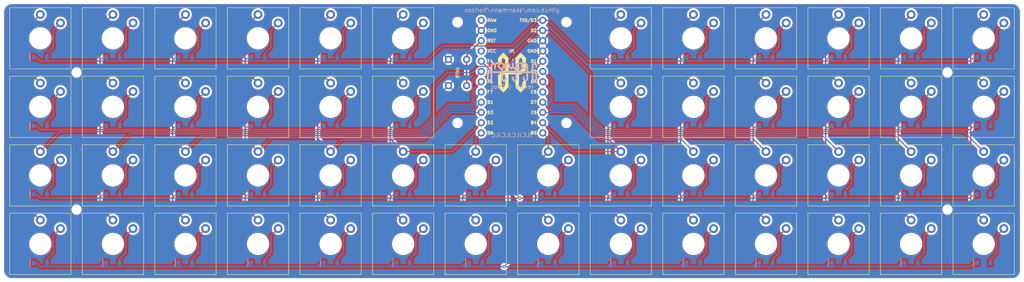
<source format=kicad_pcb>
(kicad_pcb (version 20241229) (generator "pcbnew") (generator_version "9.0")
  (title_block (title "Horizon Choc") (date "2023-11-09") (rev "2.4") (company "skarrmann"))
  (layers (0 "F.Cu" signal) (2 "B.Cu" signal) (13 "F.Paste" user) (15 "B.Paste" user) (5 "F.SilkS" user "F.Silkscreen") (7 "B.SilkS" user "B.Silkscreen") (1 "F.Mask" user) (3 "B.Mask" user) (25 "Edge.Cuts" user))
  (net 0 "")
  (net 1 "Net-(D1-A)")
  (net 2 "Net-(D2-A)")
  (net 3 "Net-(D3-A)")
  (net 4 "Net-(D4-A)")
  (net 5 "Net-(D5-A)")
  (net 6 "Net-(D6-A)")
  (net 7 "Net-(D7-A)")
  (net 8 "Net-(D8-A)")
  (net 9 "Net-(D9-A)")
  (net 10 "Net-(D10-A)")
  (net 11 "Net-(D11-A)")
  (net 12 "Net-(D12-A)")
  (net 13 "Net-(D13-A)")
  (net 14 "Net-(D14-A)")
  (net 15 "Net-(D15-A)")
  (net 16 "Net-(D16-A)")
  (net 17 "Net-(D17-A)")
  (net 18 "Net-(D18-A)")
  (net 19 "Net-(D19-A)")
  (net 20 "Net-(D20-A)")
  (net 21 "Net-(D21-A)")
  (net 22 "Net-(D22-A)")
  (net 23 "Net-(D23-A)")
  (net 24 "Net-(D24-A)")
  (net 25 "Net-(D25-A)")
  (net 26 "Net-(D26-A)")
  (net 27 "Net-(D27-A)")
  (net 28 "Net-(D28-A)")
  (net 29 "Net-(D29-A)")
  (net 30 "Net-(D30-A)")
  (net 31 "Net-(D31-A)")
  (net 32 "Net-(D32-A)")
  (net 33 "Net-(D33-A)")
  (net 34 "Net-(D34-A)")
  (net 35 "Net-(D35-A)")
  (net 36 "Net-(D36-A)")
  (net 37 "Net-(D37-A)")
  (net 38 "Net-(D38-A)")
  (net 39 "Net-(D39-A)")
  (net 40 "Net-(D40-A)")
  (net 41 "Net-(D41-A)")
  (net 42 "Net-(D42-A)")
  (net 43 "GND")
  (net 44 "COL1")
  (net 45 "COL2")
  (net 46 "COL3")
  (net 47 "COL4")
  (net 48 "COL5")
  (net 49 "COL6")
  (net 50 "ROW1")
  (net 51 "ROW2")
  (net 52 "ROW3")
  (net 53 "ROW4")
  (net 54 "Net-(D43-A)")
  (net 55 "Net-(D44-A)")
  (net 56 "Net-(D45-A)")
  (net 57 "Net-(D46-A)")
  (net 58 "Net-(D47-A)")
  (net 59 "Net-(D48-A)")
  (net 60 "Net-(D49-A)")
  (net 61 "Net-(D50-A)")
  (net 62 "Net-(D51-A)")
  (net 63 "Net-(D52-A)")
  (net 64 "COL9")
  (net 65 "COL10")
  (net 66 "COL11")
  (net 67 "COL12")
  (net 68 "COL13")
  (net 69 "COL14")
  (net 70 "COL7")
  (net 71 "COL8")
  (net 72 "RESET")
  (net 73 "VCC")
  (footprint "ScottoKeebs_Choc:Choc_V2_1.00u" (layer "F.Cu") (at 31 79.5)
    (property "Reference" "SW1" (hide yes))
    (property "Value" "SW_Push" (hide yes))
  )
  (footprint "ScottoKeebs_Choc:Choc_V2_1.00u" (layer "F.Cu") (at 31 96.5)
    (property "Reference" "SW13" (hide yes))
    (property "Value" "SW_Push" (hide yes))
  )
  (footprint "ScottoKeebs_Choc:Choc_V2_1.00u" (layer "F.Cu") (at 31 113.5)
    (property "Reference" "SW25" (hide yes))
    (property "Value" "SW_Push" (hide yes))
  )
  (footprint "ScottoKeebs_Choc:Choc_V2_1.00u" (layer "F.Cu") (at 31 130.5)
    (property "Reference" "SW39" (hide yes))
    (property "Value" "SW_Push" (hide yes))
  )
  (footprint "horizon-footprints:SW_Push_6mm" (layer "F.Cu") (at 134.5 88 -90)
    (property "Reference" "BTN1")
    (property "Value" "RESET")
  )
  (footprint "horizon-footprints:Pro-Micro" (layer "F.Cu") (at 148 71)
    (property "Reference" "U1")
    (property "Value" "PRO-MICRO" (hide yes))
  )
  (footprint "ScottoKeebs_Choc:Choc_V2_1.00u" (layer "F.Cu") (at 49 79.5)
    (property "Reference" "SW2" (hide yes))
    (property "Value" "SW_Push" (hide yes))
  )
  (footprint "ScottoKeebs_Choc:Choc_V2_1.00u" (layer "F.Cu") (at 67 79.5)
    (property "Reference" "SW3" (hide yes))
    (property "Value" "SW_Push" (hide yes))
  )
  (footprint "ScottoKeebs_Choc:Choc_V2_1.00u" (layer "F.Cu") (at 85 79.5)
    (property "Reference" "SW4" (hide yes))
    (property "Value" "SW_Push" (hide yes))
  )
  (footprint "ScottoKeebs_Choc:Choc_V2_1.00u" (layer "F.Cu") (at 103 79.5)
    (property "Reference" "SW5" (hide yes))
    (property "Value" "SW_Push" (hide yes))
  )
  (footprint "ScottoKeebs_Choc:Choc_V2_1.00u" (layer "F.Cu") (at 121 79.5)
    (property "Reference" "SW6" (hide yes))
    (property "Value" "SW_Push" (hide yes))
  )
  (footprint "ScottoKeebs_Choc:Choc_V2_1.00u" (layer "F.Cu") (at 175 79.5)
    (property "Reference" "SW7" (hide yes))
    (property "Value" "SW_Push" (hide yes))
  )
  (footprint "ScottoKeebs_Choc:Choc_V2_1.00u" (layer "F.Cu") (at 193 79.5)
    (property "Reference" "SW8" (hide yes))
    (property "Value" "SW_Push" (hide yes))
  )
  (footprint "ScottoKeebs_Choc:Choc_V2_1.00u" (layer "F.Cu") (at 211 79.5)
    (property "Reference" "SW9" (hide yes))
    (property "Value" "SW_Push" (hide yes))
  )
  (footprint "ScottoKeebs_Choc:Choc_V2_1.00u" (layer "F.Cu") (at 229 79.5)
    (property "Reference" "SW10" (hide yes))
    (property "Value" "SW_Push" (hide yes))
  )
  (footprint "ScottoKeebs_Choc:Choc_V2_1.00u" (layer "F.Cu") (at 247 79.5)
    (property "Reference" "SW11" (hide yes))
    (property "Value" "SW_Push" (hide yes))
  )
  (footprint "ScottoKeebs_Choc:Choc_V2_1.00u" (layer "F.Cu") (at 265 79.5)
    (property "Reference" "SW12" (hide yes))
    (property "Value" "SW_Push" (hide yes))
  )
  (footprint "ScottoKeebs_Choc:Choc_V2_1.00u" (layer "F.Cu") (at 49 96.5)
    (property "Reference" "SW14" (hide yes))
    (property "Value" "SW_Push" (hide yes))
  )
  (footprint "ScottoKeebs_Choc:Choc_V2_1.00u" (layer "F.Cu") (at 67 96.5)
    (property "Reference" "SW15" (hide yes))
    (property "Value" "SW_Push" (hide yes))
  )
  (footprint "ScottoKeebs_Choc:Choc_V2_1.00u" (layer "F.Cu") (at 85 96.5)
    (property "Reference" "SW16" (hide yes))
    (property "Value" "SW_Push" (hide yes))
  )
  (footprint "ScottoKeebs_Choc:Choc_V2_1.00u" (layer "F.Cu") (at 103 96.5)
    (property "Reference" "SW17" (hide yes))
    (property "Value" "SW_Push" (hide yes))
  )
  (footprint "ScottoKeebs_Choc:Choc_V2_1.00u" (layer "F.Cu") (at 121 96.5)
    (property "Reference" "SW18" (hide yes))
    (property "Value" "SW_Push" (hide yes))
  )
  (footprint "ScottoKeebs_Choc:Choc_V2_1.00u" (layer "F.Cu") (at 175 96.5)
    (property "Reference" "SW19" (hide yes))
    (property "Value" "SW_Push" (hide yes))
  )
  (footprint "ScottoKeebs_Choc:Choc_V2_1.00u" (layer "F.Cu") (at 193 96.5)
    (property "Reference" "SW20" (hide yes))
    (property "Value" "SW_Push" (hide yes))
  )
  (footprint "ScottoKeebs_Choc:Choc_V2_1.00u" (layer "F.Cu") (at 211 96.5)
    (property "Reference" "SW21" (hide yes))
    (property "Value" "SW_Push" (hide yes))
  )
  (footprint "ScottoKeebs_Choc:Choc_V2_1.00u" (layer "F.Cu") (at 229 96.5)
    (property "Reference" "SW22" (hide yes))
    (property "Value" "SW_Push" (hide yes))
  )
  (footprint "ScottoKeebs_Choc:Choc_V2_1.00u" (layer "F.Cu") (at 247 96.5)
    (property "Reference" "SW23" (hide yes))
    (property "Value" "SW_Push" (hide yes))
  )
  (footprint "ScottoKeebs_Choc:Choc_V2_1.00u" (layer "F.Cu") (at 265 96.5)
    (property "Reference" "SW24" (hide yes))
    (property "Value" "SW_Push" (hide yes))
  )
  (footprint "ScottoKeebs_Choc:Choc_V2_1.00u" (layer "F.Cu") (at 49 113.5)
    (property "Reference" "SW26" (hide yes))
    (property "Value" "SW_Push" (hide yes))
  )
  (footprint "ScottoKeebs_Choc:Choc_V2_1.00u" (layer "F.Cu") (at 67 113.5)
    (property "Reference" "SW27" (hide yes))
    (property "Value" "SW_Push" (hide yes))
  )
  (footprint "ScottoKeebs_Choc:Choc_V2_1.00u" (layer "F.Cu") (at 85 113.5)
    (property "Reference" "SW28" (hide yes))
    (property "Value" "SW_Push" (hide yes))
  )
  (footprint "ScottoKeebs_Choc:Choc_V2_1.00u" (layer "F.Cu") (at 103 113.5)
    (property "Reference" "SW29" (hide yes))
    (property "Value" "SW_Push" (hide yes))
  )
  (footprint "ScottoKeebs_Choc:Choc_V2_1.00u" (layer "F.Cu") (at 121 113.5)
    (property "Reference" "SW30" (hide yes))
    (property "Value" "SW_Push" (hide yes))
  )
  (footprint "ScottoKeebs_Choc:Choc_V2_1.00u" (layer "F.Cu") (at 175 113.5)
    (property "Reference" "SW33" (hide yes))
    (property "Value" "SW_Push" (hide yes))
  )
  (footprint "ScottoKeebs_Choc:Choc_V2_1.00u" (layer "F.Cu") (at 193 113.5)
    (property "Reference" "SW34" (hide yes))
    (property "Value" "SW_Push" (hide yes))
  )
  (footprint "ScottoKeebs_Choc:Choc_V2_1.00u" (layer "F.Cu") (at 211 113.5)
    (property "Reference" "SW35" (hide yes))
    (property "Value" "SW_Push" (hide yes))
  )
  (footprint "ScottoKeebs_Choc:Choc_V2_1.00u" (layer "F.Cu") (at 229 113.5)
    (property "Reference" "SW36" (hide yes))
    (property "Value" "SW_Push" (hide yes))
  )
  (footprint "ScottoKeebs_Choc:Choc_V2_1.00u" (layer "F.Cu") (at 247 113.5)
    (property "Reference" "SW37" (hide yes))
    (property "Value" "SW_Push" (hide yes))
  )
  (footprint "ScottoKeebs_Choc:Choc_V2_1.00u" (layer "F.Cu") (at 265 113.5)
    (property "Reference" "SW38" (hide yes))
    (property "Value" "SW_Push" (hide yes))
  )
  (footprint "ScottoKeebs_Choc:Choc_V2_1.00u" (layer "F.Cu") (at 49 130.5)
    (property "Reference" "SW40" (hide yes))
    (property "Value" "SW_Push" (hide yes))
  )
  (footprint "ScottoKeebs_Choc:Choc_V2_1.00u" (layer "F.Cu") (at 67 130.5)
    (property "Reference" "SW41" (hide yes))
    (property "Value" "SW_Push" (hide yes))
  )
  (footprint "ScottoKeebs_Choc:Choc_V2_1.00u" (layer "F.Cu") (at 85 130.5)
    (property "Reference" "SW42" (hide yes))
    (property "Value" "SW_Push" (hide yes))
  )
  (footprint "ScottoKeebs_Choc:Choc_V2_1.00u" (layer "F.Cu") (at 103 130.5)
    (property "Reference" "SW43" (hide yes))
    (property "Value" "SW_Push" (hide yes))
  )
  (footprint "ScottoKeebs_Choc:Choc_V2_1.00u" (layer "F.Cu") (at 121 130.5)
    (property "Reference" "SW44" (hide yes))
    (property "Value" "SW_Push" (hide yes))
  )
  (footprint "ScottoKeebs_Choc:Choc_V2_1.00u" (layer "F.Cu") (at 139 130.5)
    (property "Reference" "SW45" (hide yes))
    (property "Value" "SW_Push" (hide yes))
  )
  (footprint "ScottoKeebs_Choc:Choc_V2_1.00u" (layer "F.Cu") (at 157 130.5)
    (property "Reference" "SW46" (hide yes))
    (property "Value" "SW_Push" (hide yes))
  )
  (footprint "ScottoKeebs_Choc:Choc_V2_1.00u" (layer "F.Cu") (at 175 130.5)
    (property "Reference" "SW47" (hide yes))
    (property "Value" "SW_Push" (hide yes))
  )
  (footprint "ScottoKeebs_Choc:Choc_V2_1.00u" (layer "F.Cu") (at 193 130.5)
    (property "Reference" "SW48" (hide yes))
    (property "Value" "SW_Push" (hide yes))
  )
  (footprint "ScottoKeebs_Choc:Choc_V2_1.00u" (layer "F.Cu") (at 211 130.5)
    (property "Reference" "SW49" (hide yes))
    (property "Value" "SW_Push" (hide yes))
  )
  (footprint "ScottoKeebs_Choc:Choc_V2_1.00u" (layer "F.Cu") (at 229 130.5)
    (property "Reference" "SW50" (hide yes))
    (property "Value" "SW_Push" (hide yes))
  )
  (footprint "ScottoKeebs_Choc:Choc_V2_1.00u" (layer "F.Cu") (at 247 130.5)
    (property "Reference" "SW51" (hide yes))
    (property "Value" "SW_Push" (hide yes))
  )
  (footprint "ScottoKeebs_Choc:Choc_V2_1.00u" (layer "F.Cu") (at 265 130.5)
    (property "Reference" "SW52" (hide yes))
    (property "Value" "SW_Push" (hide yes))
  )
  (footprint "ScottoKeebs_Choc:Choc_V2_1.00u" (layer "F.Cu") (at 139 113.5)
    (property "Reference" "SW31" (hide yes))
    (property "Value" "SW_Push" (hide yes))
  )
  (footprint "ScottoKeebs_Choc:Choc_V2_1.00u" (layer "F.Cu") (at 157 113.5)
    (property "Reference" "SW32" (hide yes))
    (property "Value" "SW_Push" (hide yes))
  )
  (footprint "horizon-footprints:Logo_Horizon_H" (layer "F.Cu") (at 148 88)
    (property "Reference" "LOGO2" (hide yes))
    (property "Value" "Logo-Top" (hide yes))
  )
  (footprint "MountingHole:MountingHole_2.1mm" (layer "F.Cu") (at 134.5 100.5)
    (property "Reference" "REF**" (hide yes))
    (property "Value" "MountingHole_2.1mm" (hide yes))
  )
  (footprint "MountingHole:MountingHole_2.1mm" (layer "F.Cu") (at 256 88)
    (property "Reference" "REF**" (hide yes))
    (property "Value" "MountingHole_2.1mm" (hide yes))
  )
  (footprint "MountingHole:MountingHole_2.1mm" (layer "F.Cu") (at 40 122)
    (property "Reference" "REF**" (hide yes))
    (property "Value" "MountingHole_2.1mm" (hide yes))
  )
  (footprint "MountingHole:MountingHole_2.1mm" (layer "F.Cu") (at 256 122)
    (property "Reference" "REF**" (hide yes))
    (property "Value" "MountingHole_2.1mm" (hide yes))
  )
  (footprint "MountingHole:MountingHole_2.1mm" (layer "F.Cu") (at 161.5 75.5)
    (property "Reference" "REF**" (hide yes))
    (property "Value" "MountingHole_2.1mm" (hide yes))
  )
  (footprint "MountingHole:MountingHole_2.1mm" (layer "F.Cu") (at 161.5 100.5)
    (property "Reference" "REF**" (hide yes))
    (property "Value" "MountingHole_2.1mm" (hide yes))
  )
  (footprint "MountingHole:MountingHole_2.2mm_M2" (layer "F.Cu") (at 134.5 75.5)
    (property "Reference" "REF**" (hide yes))
    (property "Value" "MountingHole_2.2mm_M2" (hide yes))
  )
  (footprint "MountingHole:MountingHole_2.1mm" (layer "F.Cu") (at 40 88)
    (property "Reference" "REF**" (hide yes))
    (property "Value" "MountingHole_2.1mm" (hide yes))
  )
  (footprint "horizon-footprints:Logo_Horizon_Small" (layer "B.Cu") (at 148 87.5 180)
    (property "Reference" "LOGO1" (hide yes))
    (property "Value" "Logo-Bottom" (hide yes))
  )
  (footprint "horizon-footprints:D_SOD-123" (layer "B.Cu") (at 31 118.2)
    (property "Reference" "D25" (hide yes))
    (property "Value" "D" (hide yes))
  )
  (footprint "horizon-footprints:D_SOD-123" (layer "B.Cu") (at 31 135.2)
    (property "Reference" "D39" (hide yes))
    (property "Value" "D" (hide yes))
  )
  (footprint "horizon-footprints:D_SOD-123" (layer "B.Cu") (at 31 101.2)
    (property "Reference" "D13" (hide yes))
    (property "Value" "D" (hide yes))
  )
  (footprint "horizon-footprints:D_SOD-123" (layer "B.Cu") (at 31 84.2)
    (property "Reference" "D1" (hide yes))
    (property "Value" "D" (hide yes))
  )
  (footprint "horizon-footprints:D_SOD-123" (layer "B.Cu") (at 49 84.2)
    (property "Reference" "D2" (hide yes))
    (property "Value" "D" (hide yes))
  )
  (footprint "horizon-footprints:D_SOD-123" (layer "B.Cu") (at 67 84.2)
    (property "Reference" "D3" (hide yes))
    (property "Value" "D" (hide yes))
  )
  (footprint "horizon-footprints:D_SOD-123" (layer "B.Cu") (at 85 84.2)
    (property "Reference" "D4" (hide yes))
    (property "Value" "D" (hide yes))
  )
  (footprint "horizon-footprints:D_SOD-123" (layer "B.Cu") (at 103 84.2)
    (property "Reference" "D5" (hide yes))
    (property "Value" "D" (hide yes))
  )
  (footprint "horizon-footprints:D_SOD-123" (layer "B.Cu") (at 121 84.2)
    (property "Reference" "D6" (hide yes))
    (property "Value" "D" (hide yes))
  )
  (footprint "horizon-footprints:D_SOD-123" (layer "B.Cu") (at 175 84.2)
    (property "Reference" "D7" (hide yes))
    (property "Value" "D" (hide yes))
  )
  (footprint "horizon-footprints:D_SOD-123" (layer "B.Cu") (at 193 84.2)
    (property "Reference" "D8" (hide yes))
    (property "Value" "D" (hide yes))
  )
  (footprint "horizon-footprints:D_SOD-123" (layer "B.Cu") (at 211 84.2)
    (property "Reference" "D9" (hide yes))
    (property "Value" "D" (hide yes))
  )
  (footprint "horizon-footprints:D_SOD-123" (layer "B.Cu") (at 229 84.2)
    (property "Reference" "D10" (hide yes))
    (property "Value" "D" (hide yes))
  )
  (footprint "horizon-footprints:D_SOD-123" (layer "B.Cu") (at 247 84.2)
    (property "Reference" "D11" (hide yes))
    (property "Value" "D" (hide yes))
  )
  (footprint "horizon-footprints:D_SOD-123" (layer "B.Cu") (at 265 84.2)
    (property "Reference" "D12" (hide yes))
    (property "Value" "D" (hide yes))
  )
  (footprint "horizon-footprints:D_SOD-123" (layer "B.Cu") (at 49 101.2)
    (property "Reference" "D14" (hide yes))
    (property "Value" "D" (hide yes))
  )
  (footprint "horizon-footprints:D_SOD-123" (layer "B.Cu") (at 67 101.2)
    (property "Reference" "D15" (hide yes))
    (property "Value" "D" (hide yes))
  )
  (footprint "horizon-footprints:D_SOD-123" (layer "B.Cu") (at 85 101.2)
    (property "Reference" "D16" (hide yes))
    (property "Value" "D" (hide yes))
  )
  (footprint "horizon-footprints:D_SOD-123" (layer "B.Cu") (at 103 101.2)
    (property "Reference" "D17" (hide yes))
    (property "Value" "D" (hide yes))
  )
  (footprint "horizon-footprints:D_SOD-123" (layer "B.Cu") (at 121 101.2)
    (property "Reference" "D18" (hide yes))
    (property "Value" "D" (hide yes))
  )
  (footprint "horizon-footprints:D_SOD-123" (layer "B.Cu") (at 175 101.2)
    (property "Reference" "D19" (hide yes))
    (property "Value" "D" (hide yes))
  )
  (footprint "horizon-footprints:D_SOD-123" (layer "B.Cu") (at 193 101.2)
    (property "Reference" "D20" (hide yes))
    (property "Value" "D" (hide yes))
  )
  (footprint "horizon-footprints:D_SOD-123" (layer "B.Cu") (at 211 101.2)
    (property "Reference" "D21" (hide yes))
    (property "Value" "D" (hide yes))
  )
  (footprint "horizon-footprints:D_SOD-123" (layer "B.Cu") (at 229 101.2)
    (property "Reference" "D22" (hide yes))
    (property "Value" "D" (hide yes))
  )
  (footprint "horizon-footprints:D_SOD-123" (layer "B.Cu") (at 247 101.2)
    (property "Reference" "D23" (hide yes))
    (property "Value" "D" (hide yes))
  )
  (footprint "horizon-footprints:D_SOD-123" (layer "B.Cu") (at 265 101.2)
    (property "Reference" "D24" (hide yes))
    (property "Value" "D" (hide yes))
  )
  (footprint "horizon-footprints:D_SOD-123" (layer "B.Cu") (at 49 118.2)
    (property "Reference" "D26" (hide yes))
    (property "Value" "D" (hide yes))
  )
  (footprint "horizon-footprints:D_SOD-123" (layer "B.Cu") (at 67 118.2)
    (property "Reference" "D27" (hide yes))
    (property "Value" "D" (hide yes))
  )
  (footprint "horizon-footprints:D_SOD-123" (layer "B.Cu") (at 85 118.2)
    (property "Reference" "D28" (hide yes))
    (property "Value" "D" (hide yes))
  )
  (footprint "horizon-footprints:D_SOD-123" (layer "B.Cu") (at 103 118.2)
    (property "Reference" "D29" (hide yes))
    (property "Value" "D" (hide yes))
  )
  (footprint "horizon-footprints:D_SOD-123" (layer "B.Cu") (at 121 118.2)
    (property "Reference" "D30" (hide yes))
    (property "Value" "D" (hide yes))
  )
  (footprint "horizon-footprints:D_SOD-123" (layer "B.Cu") (at 175 118.2)
    (property "Reference" "D33" (hide yes))
    (property "Value" "D" (hide yes))
  )
  (footprint "horizon-footprints:D_SOD-123" (layer "B.Cu") (at 193 118.2)
    (property "Reference" "D34" (hide yes))
    (property "Value" "D" (hide yes))
  )
  (footprint "horizon-footprints:D_SOD-123" (layer "B.Cu") (at 211 118.2)
    (property "Reference" "D35" (hide yes))
    (property "Value" "D" (hide yes))
  )
  (footprint "horizon-footprints:D_SOD-123" (layer "B.Cu") (at 229 118.2)
    (property "Reference" "D36" (hide yes))
    (property "Value" "D" (hide yes))
  )
  (footprint "horizon-footprints:D_SOD-123" (layer "B.Cu") (at 247 118.2)
    (property "Reference" "D37" (hide yes))
    (property "Value" "D" (hide yes))
  )
  (footprint "horizon-footprints:D_SOD-123" (layer "B.Cu") (at 265 118.2)
    (property "Reference" "D38" (hide yes))
    (property "Value" "D" (hide yes))
  )
  (footprint "horizon-footprints:D_SOD-123" (layer "B.Cu") (at 49 135.2)
    (property "Reference" "D40" (hide yes))
    (property "Value" "D" (hide yes))
  )
  (footprint "horizon-footprints:D_SOD-123" (layer "B.Cu") (at 67 135.2)
    (property "Reference" "D41" (hide yes))
    (property "Value" "D" (hide yes))
  )
  (footprint "horizon-footprints:D_SOD-123" (layer "B.Cu") (at 85 135.2)
    (property "Reference" "D42" (hide yes))
    (property "Value" "D" (hide yes))
  )
  (footprint "horizon-footprints:D_SOD-123" (layer "B.Cu") (at 103 135.2)
    (property "Reference" "D43" (hide yes))
    (property "Value" "D" (hide yes))
  )
  (footprint "horizon-footprints:D_SOD-123" (layer "B.Cu") (at 121 135.2)
    (property "Reference" "D44" (hide yes))
    (property "Value" "D" (hide yes))
  )
  (footprint "horizon-footprints:D_SOD-123" (layer "B.Cu") (at 139 135.2)
    (property "Reference" "D45" (hide yes))
    (property "Value" "D" (hide yes))
  )
  (footprint "horizon-footprints:D_SOD-123" (layer "B.Cu") (at 157 135.2)
    (property "Reference" "D46" (hide yes))
    (property "Value" "D" (hide yes))
  )
  (footprint "horizon-footprints:D_SOD-123" (layer "B.Cu") (at 175 135.2)
    (property "Reference" "D47" (hide yes))
    (property "Value" "D" (hide yes))
  )
  (footprint "horizon-footprints:D_SOD-123" (layer "B.Cu") (at 193 135.2)
    (property "Reference" "D48" (hide yes))
    (property "Value" "D" (hide yes))
  )
  (footprint "horizon-footprints:D_SOD-123" (layer "B.Cu") (at 211 135.2)
    (property "Reference" "D49" (hide yes))
    (property "Value" "D" (hide yes))
  )
  (footprint "horizon-footprints:D_SOD-123" (layer "B.Cu") (at 229 135.2)
    (property "Reference" "D50" (hide yes))
    (property "Value" "D" (hide yes))
  )
  (footprint "horizon-footprints:D_SOD-123" (layer "B.Cu") (at 247 135.2)
    (property "Reference" "D51" (hide yes))
    (property "Value" "D" (hide yes))
  )
  (footprint "horizon-footprints:D_SOD-123" (layer "B.Cu") (at 265 135.2)
    (property "Reference" "D52" (hide yes))
    (property "Value" "D" (hide yes))
  )
  (footprint "horizon-footprints:D_SOD-123" (layer "B.Cu") (at 139 118.2)
    (property "Reference" "D31" (hide yes))
    (property "Value" "D" (hide yes))
  )
  (footprint "horizon-footprints:D_SOD-123" (layer "B.Cu") (at 157 118.2)
    (property "Reference" "D32" (hide yes))
    (property "Value" "D" (hide yes))
  )
  (gr_line (start 22 137) (end 22 73) (stroke (width 0.05)) (layer "Edge.Cuts"))
  (gr_line (start 24 139) (end 272 139) (stroke (width 0.05)) (layer "Edge.Cuts"))
  (gr_arc (start 274 137) (mid 273.414214 138.414214) (end 272 139) (stroke (width 0.05)) (layer "Edge.Cuts"))
  (gr_arc (start 22 73) (mid 22.585786 71.585786) (end 24 71) (stroke (width 0.05)) (layer "Edge.Cuts"))
  (gr_line (start 24 71) (end 272 71) (stroke (width 0.05)) (layer "Edge.Cuts"))
  (gr_line (start 274 73) (end 274 137) (stroke (width 0.05)) (layer "Edge.Cuts"))
  (gr_arc (start 24 139) (mid 22.585786 138.414214) (end 22 137) (stroke (width 0.05)) (layer "Edge.Cuts"))
  (gr_arc (start 272 71) (mid 273.414214 71.585786) (end 274 73) (stroke (width 0.05)) (layer "Edge.Cuts"))
  (gr_text "RST" (at 141.8 80.11 0) (layer "F.SilkS") (effects (font (size 0.75 0.75)) (justify left)))
  (gr_text "B6" (at 141.8 102.97 0) (layer "F.SilkS") (effects (font (size 0.75 0.75)) (justify left)))
  (gr_text "D7" (at 154.2 95.35 0) (layer "F.SilkS") (effects (font (size 0.75 0.75)) (justify right)))
  (gr_text "F7" (at 141.8 92.81 0) (layer "F.SilkS") (effects (font (size 0.75 0.75)) (justify left)))
  (gr_text "GND" (at 154.2 82.65 0) (layer "F.SilkS") (effects (font (size 0.75 0.75)) (justify right)))
  (gr_text "B4" (at 154.2 100.43 0) (layer "F.SilkS") (effects (font (size 0.75 0.75)) (justify right)))
  (gr_text "GND" (at 141.8 77.57 0) (layer "F.SilkS") (effects (font (size 0.75 0.75)) (justify left)))
  (gr_text "D4" (at 154.2 90.27 0) (layer "F.SilkS") (effects (font (size 0.75 0.75)) (justify right)))
  (gr_text "D1" (at 154.2 85.19 0) (layer "F.SilkS") (effects (font (size 0.75 0.75)) (justify right)))
  (gr_text "C6" (at 154.2 92.81 0) (layer "F.SilkS") (effects (font (size 0.75 0.75)) (justify right)))
  (gr_text "GND" (at 154.2 80.11 0) (layer "F.SilkS") (effects (font (size 0.75 0.75)) (justify right)))
  (gr_text "B1" (at 141.8 95.35 0) (layer "F.SilkS") (effects (font (size 0.75 0.75)) (justify left)))
  (gr_text "B2" (at 141.8 100.43 0) (layer "F.SilkS") (effects (font (size 0.75 0.75)) (justify left)))
  (gr_text "E6" (at 154.2 97.89 0) (layer "F.SilkS") (effects (font (size 0.75 0.75)) (justify right)))
  (gr_text "D0" (at 154.2 87.73 0) (layer "F.SilkS") (effects (font (size 0.75 0.75)) (justify right)))
  (gr_text "D2" (at 154.2 77.57 0) (layer "F.SilkS") (effects (font (size 0.75 0.75)) (justify right)))
  (gr_text "B5" (at 154.2 102.97 0) (layer "F.SilkS") (effects (font (size 0.75 0.75)) (justify right)))
  (gr_text "F6" (at 141.8 90.27 0) (layer "F.SilkS") (effects (font (size 0.75 0.75)) (justify left)))
  (gr_text "B3" (at 141.8 97.89 0) (layer "F.SilkS") (effects (font (size 0.75 0.75)) (justify left)))
  (gr_text "VCC" (at 141.8 82.65 0) (layer "F.SilkS") (effects (font (size 0.75 0.75)) (justify left)))
  (gr_text "F4" (at 141.8 85.19 0) (layer "F.SilkS") (effects (font (size 0.75 0.75)) (justify left)))
  (gr_text "F5" (at 141.8 87.73 0) (layer "F.SilkS") (effects (font (size 0.75 0.75)) (justify left)))
  (gr_text "TX0/D3" (at 154.2 75.03 0) (layer "F.SilkS") (effects (font (size 0.75 0.75)) (justify right)))
  (gr_text "RAW" (at 141.8 75.03 0) (layer "F.SilkS") (effects (font (size 0.75 0.75)) (justify left)))
  (gr_text "JLCJLCJLCJLC" (at 148 103.5 0) (layer "B.SilkS") (effects (font (size 1 1)) (justify mirror)))
  (gr_text "rev2.4 | Choc" (at 148 91.5 0) (layer "B.SilkS") (effects (font (size 1 1)) (justify mirror)))
  (gr_text "github.com/skarrmann/horizon" (at 148 72.5 0) (layer "B.SilkS") (effects (font (size 1 1)) (justify mirror)))
  (segment (start 36 75.7) (end 34.2 77.5) (width 0.3) (layer "B.Cu") (net 1))
  (segment (start 34.2 77.5) (end 34.2 81.75) (width 0.3) (layer "B.Cu") (net 1))
  (segment (start 34.2 81.75) (end 32.65 83.3) (width 0.3) (layer "B.Cu") (net 1))
  (segment (start 32.65 83.3) (end 32.65 84.2) (width 0.3) (layer "B.Cu") (net 1))
  (segment (start 54 75.7) (end 52.2 77.5) (width 0.3) (layer "B.Cu") (net 2))
  (segment (start 52.2 77.5) (end 52.2 81.75) (width 0.3) (layer "B.Cu") (net 2))
  (segment (start 52.2 81.75) (end 50.65 83.3) (width 0.3) (layer "B.Cu") (net 2))
  (segment (start 50.65 83.3) (end 50.65 84.2) (width 0.3) (layer "B.Cu") (net 2))
  (segment (start 72 75.7) (end 70.2 77.5) (width 0.3) (layer "B.Cu") (net 3))
  (segment (start 70.2 81.75) (end 68.65 83.3) (width 0.3) (layer "B.Cu") (net 3))
  (segment (start 70.2 77.5) (end 70.2 81.75) (width 0.3) (layer "B.Cu") (net 3))
  (segment (start 68.65 83.3) (end 68.65 84.2) (width 0.3) (layer "B.Cu") (net 3))
  (segment (start 88.2 81.75) (end 86.65 83.3) (width 0.3) (layer "B.Cu") (net 4))
  (segment (start 86.65 83.3) (end 86.65 84.2) (width 0.3) (layer "B.Cu") (net 4))
  (segment (start 88.2 77.5) (end 88.2 81.75) (width 0.3) (layer "B.Cu") (net 4))
  (segment (start 90 75.7) (end 88.2 77.5) (width 0.3) (layer "B.Cu") (net 4))
  (segment (start 106.2 77.5) (end 106.2 81.75) (width 0.3) (layer "B.Cu") (net 5))
  (segment (start 108 75.7) (end 106.2 77.5) (width 0.3) (layer "B.Cu") (net 5))
  (segment (start 106.2 81.75) (end 104.65 83.3) (width 0.3) (layer "B.Cu") (net 5))
  (segment (start 104.65 83.3) (end 104.65 84.2) (width 0.3) (layer "B.Cu") (net 5))
  (segment (start 126 75.7) (end 124.2 77.5) (width 0.3) (layer "B.Cu") (net 6))
  (segment (start 124.2 81.75) (end 122.65 83.3) (width 0.3) (layer "B.Cu") (net 6))
  (segment (start 124.2 77.5) (end 124.2 81.75) (width 0.3) (layer "B.Cu") (net 6))
  (segment (start 122.65 83.3) (end 122.65 84.2) (width 0.3) (layer "B.Cu") (net 6))
  (segment (start 180 75.7) (end 178.2 77.5) (width 0.3) (layer "B.Cu") (net 7))
  (segment (start 178.2 81.75) (end 176.65 83.3) (width 0.3) (layer "B.Cu") (net 7))
  (segment (start 176.65 83.3) (end 176.65 84.2) (width 0.3) (layer "B.Cu") (net 7))
  (segment (start 178.2 77.5) (end 178.2 81.75) (width 0.3) (layer "B.Cu") (net 7))
  (segment (start 194.65 83.3) (end 194.65 84.2) (width 0.3) (layer "B.Cu") (net 8))
  (segment (start 198 75.7) (end 196.2 77.5) (width 0.3) (layer "B.Cu") (net 8))
  (segment (start 196.2 77.5) (end 196.2 81.75) (width 0.3) (layer "B.Cu") (net 8))
  (segment (start 196.2 81.75) (end 194.65 83.3) (width 0.3) (layer "B.Cu") (net 8))
  (segment (start 214.2 77.5) (end 214.2 81.75) (width 0.3) (layer "B.Cu") (net 9))
  (segment (start 212.65 83.3) (end 212.65 84.2) (width 0.3) (layer "B.Cu") (net 9))
  (segment (start 216 75.7) (end 214.2 77.5) (width 0.3) (layer "B.Cu") (net 9))
  (segment (start 214.2 81.75) (end 212.65 83.3) (width 0.3) (layer "B.Cu") (net 9))
  (segment (start 234 75.7) (end 232.2 77.5) (width 0.3) (layer "B.Cu") (net 10))
  (segment (start 232.2 81.75) (end 230.65 83.3) (width 0.3) (layer "B.Cu") (net 10))
  (segment (start 232.2 77.5) (end 232.2 81.75) (width 0.3) (layer "B.Cu") (net 10))
  (segment (start 230.65 83.3) (end 230.65 84.2) (width 0.3) (layer "B.Cu") (net 10))
  (segment (start 250.2 77.5) (end 250.2 81.75) (width 0.3) (layer "B.Cu") (net 11))
  (segment (start 252 75.7) (end 250.2 77.5) (width 0.3) (layer "B.Cu") (net 11))
  (segment (start 250.2 81.75) (end 248.65 83.3) (width 0.3) (layer "B.Cu") (net 11))
  (segment (start 248.65 83.3) (end 248.65 84.2) (width 0.3) (layer "B.Cu") (net 11))
  (segment (start 266.65 83.3) (end 266.65 84.2) (width 0.3) (layer "B.Cu") (net 12))
  (segment (start 268.2 77.5) (end 268.2 81.75) (width 0.3) (layer "B.Cu") (net 12))
  (segment (start 270 75.7) (end 268.2 77.5) (width 0.3) (layer "B.Cu") (net 12))
  (segment (start 268.2 81.75) (end 266.65 83.3) (width 0.3) (layer "B.Cu") (net 12))
  (segment (start 34.2 94.5) (end 34.2 98.75) (width 0.3) (layer "B.Cu") (net 13))
  (segment (start 34.2 98.75) (end 32.65 100.3) (width 0.3) (layer "B.Cu") (net 13))
  (segment (start 36 92.7) (end 34.2 94.5) (width 0.3) (layer "B.Cu") (net 13))
  (segment (start 32.65 100.3) (end 32.65 101.2) (width 0.3) (layer "B.Cu") (net 13))
  (segment (start 50.65 100.3) (end 50.65 101.2) (width 0.3) (layer "B.Cu") (net 14))
  (segment (start 54 92.7) (end 52.2 94.5) (width 0.3) (layer "B.Cu") (net 14))
  (segment (start 52.2 98.75) (end 50.65 100.3) (width 0.3) (layer "B.Cu") (net 14))
  (segment (start 52.2 94.5) (end 52.2 98.75) (width 0.3) (layer "B.Cu") (net 14))
  (segment (start 70.2 98.75) (end 68.65 100.3) (width 0.3) (layer "B.Cu") (net 15))
  (segment (start 70.2 94.5) (end 70.2 98.75) (width 0.3) (layer "B.Cu") (net 15))
  (segment (start 68.65 100.3) (end 68.65 101.2) (width 0.3) (layer "B.Cu") (net 15))
  (segment (start 72 92.7) (end 70.2 94.5) (width 0.3) (layer "B.Cu") (net 15))
  (segment (start 88.2 94.5) (end 88.2 98.75) (width 0.3) (layer "B.Cu") (net 16))
  (segment (start 86.65 100.3) (end 86.65 101.2) (width 0.3) (layer "B.Cu") (net 16))
  (segment (start 90 92.7) (end 88.2 94.5) (width 0.3) (layer "B.Cu") (net 16))
  (segment (start 88.2 98.75) (end 86.65 100.3) (width 0.3) (layer "B.Cu") (net 16))
  (segment (start 106.2 98.75) (end 104.65 100.3) (width 0.3) (layer "B.Cu") (net 17))
  (segment (start 106.2 94.5) (end 106.2 98.75) (width 0.3) (layer "B.Cu") (net 17))
  (segment (start 104.65 100.3) (end 104.65 101.2) (width 0.3) (layer "B.Cu") (net 17))
  (segment (start 108 92.7) (end 106.2 94.5) (width 0.3) (layer "B.Cu") (net 17))
  (segment (start 126 92.7) (end 124.2 94.5) (width 0.3) (layer "B.Cu") (net 18))
  (segment (start 122.65 100.3) (end 122.65 101.2) (width 0.3) (layer "B.Cu") (net 18))
  (segment (start 124.2 98.75) (end 122.65 100.3) (width 0.3) (layer "B.Cu") (net 18))
  (segment (start 124.2 94.5) (end 124.2 98.75) (width 0.3) (layer "B.Cu") (net 18))
  (segment (start 178.2 98.75) (end 176.65 100.3) (width 0.3) (layer "B.Cu") (net 19))
  (segment (start 178.2 94.5) (end 178.2 98.75) (width 0.3) (layer "B.Cu") (net 19))
  (segment (start 176.65 100.3) (end 176.65 101.2) (width 0.3) (layer "B.Cu") (net 19))
  (segment (start 180 92.7) (end 178.2 94.5) (width 0.3) (layer "B.Cu") (net 19))
  (segment (start 198 92.7) (end 196.2 94.5) (width 0.3) (layer "B.Cu") (net 20))
  (segment (start 194.65 100.3) (end 194.65 101.2) (width 0.3) (layer "B.Cu") (net 20))
  (segment (start 196.2 94.5) (end 196.2 98.75) (width 0.3) (layer "B.Cu") (net 20))
  (segment (start 196.2 98.75) (end 194.65 100.3) (width 0.3) (layer "B.Cu") (net 20))
  (segment (start 214.2 98.75) (end 212.65 100.3) (width 0.3) (layer "B.Cu") (net 21))
  (segment (start 214.2 94.5) (end 214.2 98.75) (width 0.3) (layer "B.Cu") (net 21))
  (segment (start 212.65 100.3) (end 212.65 101.2) (width 0.3) (layer "B.Cu") (net 21))
  (segment (start 216 92.7) (end 214.2 94.5) (width 0.3) (layer "B.Cu") (net 21))
  (segment (start 232.2 94.5) (end 232.2 98.75) (width 0.3) (layer "B.Cu") (net 22))
  (segment (start 234 92.7) (end 232.2 94.5) (width 0.3) (layer "B.Cu") (net 22))
  (segment (start 230.65 100.3) (end 230.65 101.2) (width 0.3) (layer "B.Cu") (net 22))
  (segment (start 232.2 98.75) (end 230.65 100.3) (width 0.3) (layer "B.Cu") (net 22))
  (segment (start 248.65 100.3) (end 248.65 101.2) (width 0.3) (layer "B.Cu") (net 23))
  (segment (start 250.2 98.75) (end 248.65 100.3) (width 0.3) (layer "B.Cu") (net 23))
  (segment (start 252 92.7) (end 250.2 94.5) (width 0.3) (layer "B.Cu") (net 23))
  (segment (start 250.2 94.5) (end 250.2 98.75) (width 0.3) (layer "B.Cu") (net 23))
  (segment (start 266.65 100.3) (end 266.65 101.2) (width 0.3) (layer "B.Cu") (net 24))
  (segment (start 268.2 94.5) (end 268.2 98.75) (width 0.3) (layer "B.Cu") (net 24))
  (segment (start 270 92.7) (end 268.2 94.5) (width 0.3) (layer "B.Cu") (net 24))
  (segment (start 268.2 98.75) (end 266.65 100.3) (width 0.3) (layer "B.Cu") (net 24))
  (segment (start 36 109.7) (end 34.2 111.5) (width 0.3) (layer "B.Cu") (net 25))
  (segment (start 32.65 117.3) (end 32.65 118.2) (width 0.3) (layer "B.Cu") (net 25))
  (segment (start 34.2 115.75) (end 32.65 117.3) (width 0.3) (layer "B.Cu") (net 25))
  (segment (start 34.2 111.5) (end 34.2 115.75) (width 0.3) (layer "B.Cu") (net 25))
  (segment (start 52.2 115.75) (end 50.65 117.3) (width 0.3) (layer "B.Cu") (net 26))
  (segment (start 54 109.7) (end 52.2 111.5) (width 0.3) (layer "B.Cu") (net 26))
  (segment (start 52.2 111.5) (end 52.2 115.75) (width 0.3) (layer "B.Cu") (net 26))
  (segment (start 50.65 117.3) (end 50.65 118.2) (width 0.3) (layer "B.Cu") (net 26))
  (segment (start 70.2 115.75) (end 68.65 117.3) (width 0.3) (layer "B.Cu") (net 27))
  (segment (start 72 109.7) (end 70.2 111.5) (width 0.3) (layer "B.Cu") (net 27))
  (segment (start 68.65 117.3) (end 68.65 118.2) (width 0.3) (layer "B.Cu") (net 27))
  (segment (start 70.2 111.5) (end 70.2 115.75) (width 0.3) (layer "B.Cu") (net 27))
  (segment (start 86.65 117.3) (end 86.65 118.2) (width 0.3) (layer "B.Cu") (net 28))
  (segment (start 88.2 111.5) (end 88.2 115.75) (width 0.3) (layer "B.Cu") (net 28))
  (segment (start 88.2 115.75) (end 86.65 117.3) (width 0.3) (layer "B.Cu") (net 28))
  (segment (start 90 109.7) (end 88.2 111.5) (width 0.3) (layer "B.Cu") (net 28))
  (segment (start 108 109.7) (end 106.2 111.5) (width 0.3) (layer "B.Cu") (net 29))
  (segment (start 104.65 117.3) (end 104.65 118.2) (width 0.3) (layer "B.Cu") (net 29))
  (segment (start 106.2 115.75) (end 104.65 117.3) (width 0.3) (layer "B.Cu") (net 29))
  (segment (start 106.2 111.5) (end 106.2 115.75) (width 0.3) (layer "B.Cu") (net 29))
  (segment (start 122.65 117.3) (end 122.65 118.2) (width 0.3) (layer "B.Cu") (net 30))
  (segment (start 126 109.7) (end 124.2 111.5) (width 0.3) (layer "B.Cu") (net 30))
  (segment (start 124.2 111.5) (end 124.2 115.75) (width 0.3) (layer "B.Cu") (net 30))
  (segment (start 124.2 115.75) (end 122.65 117.3) (width 0.3) (layer "B.Cu") (net 30))
  (segment (start 142.2 115.75) (end 140.65 117.3) (width 0.3) (layer "B.Cu") (net 31))
  (segment (start 144 109.7) (end 142.2 111.5) (width 0.3) (layer "B.Cu") (net 31))
  (segment (start 140.65 117.3) (end 140.65 118.2) (width 0.3) (layer "B.Cu") (net 31))
  (segment (start 142.2 111.5) (end 142.2 115.75) (width 0.3) (layer "B.Cu") (net 31))
  (segment (start 160.2 111.5) (end 160.2 115.75) (width 0.3) (layer "B.Cu") (net 32))
  (segment (start 160.2 115.75) (end 158.65 117.3) (width 0.3) (layer "B.Cu") (net 32))
  (segment (start 158.65 117.3) (end 158.65 118.2) (width 0.3) (layer "B.Cu") (net 32))
  (segment (start 162 109.7) (end 160.2 111.5) (width 0.3) (layer "B.Cu") (net 32))
  (segment (start 178.2 115.75) (end 176.65 117.3) (width 0.3) (layer "B.Cu") (net 33))
  (segment (start 180 109.7) (end 178.2 111.5) (width 0.3) (layer "B.Cu") (net 33))
  (segment (start 176.65 117.3) (end 176.65 118.2) (width 0.3) (layer "B.Cu") (net 33))
  (segment (start 178.2 111.5) (end 178.2 115.75) (width 0.3) (layer "B.Cu") (net 33))
  (segment (start 196.2 115.75) (end 194.65 117.3) (width 0.3) (layer "B.Cu") (net 34))
  (segment (start 198 109.7) (end 196.2 111.5) (width 0.3) (layer "B.Cu") (net 34))
  (segment (start 194.65 117.3) (end 194.65 118.2) (width 0.3) (layer "B.Cu") (net 34))
  (segment (start 196.2 111.5) (end 196.2 115.75) (width 0.3) (layer "B.Cu") (net 34))
  (segment (start 212.65 117.3) (end 212.65 118.2) (width 0.3) (layer "B.Cu") (net 35))
  (segment (start 214.2 111.5) (end 214.2 115.75) (width 0.3) (layer "B.Cu") (net 35))
  (segment (start 216 109.7) (end 214.2 111.5) (width 0.3) (layer "B.Cu") (net 35))
  (segment (start 214.2 115.75) (end 212.65 117.3) (width 0.3) (layer "B.Cu") (net 35))
  (segment (start 230.65 117.3) (end 230.65 118.2) (width 0.3) (layer "B.Cu") (net 36))
  (segment (start 232.2 111.5) (end 232.2 115.75) (width 0.3) (layer "B.Cu") (net 36))
  (segment (start 234 109.7) (end 232.2 111.5) (width 0.3) (layer "B.Cu") (net 36))
  (segment (start 232.2 115.75) (end 230.65 117.3) (width 0.3) (layer "B.Cu") (net 36))
  (segment (start 248.65 117.3) (end 248.65 118.2) (width 0.3) (layer "B.Cu") (net 37))
  (segment (start 250.2 115.75) (end 248.65 117.3) (width 0.3) (layer "B.Cu") (net 37))
  (segment (start 252 109.7) (end 250.2 111.5) (width 0.3) (layer "B.Cu") (net 37))
  (segment (start 250.2 111.5) (end 250.2 115.75) (width 0.3) (layer "B.Cu") (net 37))
  (segment (start 268.2 115.75) (end 266.65 117.3) (width 0.3) (layer "B.Cu") (net 38))
  (segment (start 270 109.7) (end 268.2 111.5) (width 0.3) (layer "B.Cu") (net 38))
  (segment (start 266.65 117.3) (end 266.65 118.2) (width 0.3) (layer "B.Cu") (net 38))
  (segment (start 268.2 111.5) (end 268.2 115.75) (width 0.3) (layer "B.Cu") (net 38))
  (segment (start 34.2 132.75) (end 32.65 134.3) (width 0.3) (layer "B.Cu") (net 39))
  (segment (start 34.2 128.5) (end 34.2 132.75) (width 0.3) (layer "B.Cu") (net 39))
  (segment (start 32.65 134.3) (end 32.65 135.2) (width 0.3) (layer "B.Cu") (net 39))
  (segment (start 36 126.7) (end 34.2 128.5) (width 0.3) (layer "B.Cu") (net 39))
  (segment (start 54 126.7) (end 52.2 128.5) (width 0.3) (layer "B.Cu") (net 40))
  (segment (start 50.65 134.3) (end 50.65 135.2) (width 0.3) (layer "B.Cu") (net 40))
  (segment (start 52.2 132.75) (end 50.65 134.3) (width 0.3) (layer "B.Cu") (net 40))
  (segment (start 52.2 128.5) (end 52.2 132.75) (width 0.3) (layer "B.Cu") (net 40))
  (segment (start 72 126.7) (end 70.2 128.5) (width 0.3) (layer "B.Cu") (net 41))
  (segment (start 70.2 128.5) (end 70.2 132.75) (width 0.3) (layer "B.Cu") (net 41))
  (segment (start 68.65 134.3) (end 68.65 135.2) (width 0.3) (layer "B.Cu") (net 41))
  (segment (start 70.2 132.75) (end 68.65 134.3) (width 0.3) (layer "B.Cu") (net 41))
  (segment (start 88.2 132.75) (end 86.65 134.3) (width 0.3) (layer "B.Cu") (net 42))
  (segment (start 90 126.7) (end 88.2 128.5) (width 0.3) (layer "B.Cu") (net 42))
  (segment (start 88.2 128.5) (end 88.2 132.75) (width 0.3) (layer "B.Cu") (net 42))
  (segment (start 86.65 134.3) (end 86.65 135.2) (width 0.3) (layer "B.Cu") (net 42))
  (via (at 148 82.5) (size 0.8) (drill 0.4) (layers "F.Cu" "B.Cu") (net 43))
  (segment (start 27.8 76.8) (end 27.8 87.4) (width 0.3) (layer "F.Cu") (net 44))
  (segment (start 27.8 104.4) (end 31 107.6) (width 0.3) (layer "F.Cu") (net 44))
  (segment (start 27.8 104.4) (end 27.8 121.4) (width 0.3) (layer "F.Cu") (net 44))
  (segment (start 27.8 87.4) (end 31 90.6) (width 0.3) (layer "F.Cu") (net 44))
  (segment (start 27.8 87.4) (end 27.8 104.4) (width 0.3) (layer "F.Cu") (net 44))
  (segment (start 27.8 121.4) (end 31 124.6) (width 0.3) (layer "F.Cu") (net 44))
  (segment (start 27.8 76.8) (end 31 73.6) (width 0.3) (layer "F.Cu") (net 44))
  (segment (start 139.480001 88.629999) (end 140.38 87.73) (width 0.3) (layer "B.Cu") (net 44))
  (segment (start 138.129979 89.980021) (end 139.480001 88.629999) (width 0.3) (layer "B.Cu") (net 44))
  (segment (start 137.71868 95.88996) (end 138.129979 95.478661) (width 0.3) (layer "B.Cu") (net 44))
  (segment (start 132.22004 95.88996) (end 137.71868 95.88996) (width 0.3) (layer "B.Cu") (net 44))
  (segment (start 125.459989 102.650011) (end 132.22004 95.88996) (width 0.3) (layer "B.Cu") (net 44))
  (segment (start 35.949989 102.650011) (end 125.459989 102.650011) (width 0.3) (layer "B.Cu") (net 44))
  (segment (start 31 107.6) (end 35.949989 102.650011) (width 0.3) (layer "B.Cu") (net 44))
  (segment (start 138.129979 95.478661) (end 138.129979 89.980021) (width 0.3) (layer "B.Cu") (net 44))
  (segment (start 45.8 87.4) (end 45.8 104.4) (width 0.3) (layer "F.Cu") (net 45))
  (segment (start 45.8 87.4) (end 49 90.6) (width 0.3) (layer "F.Cu") (net 45))
  (segment (start 49 73.6) (end 45.8 76.8) (width 0.3) (layer "F.Cu") (net 45))
  (segment (start 45.8 104.4) (end 45.8 121.4) (width 0.3) (layer "F.Cu") (net 45))
  (segment (start 45.8 104.4) (end 49 107.6) (width 0.3) (layer "F.Cu") (net 45))
  (segment (start 45.8 121.4) (end 49 124.6) (width 0.3) (layer "F.Cu") (net 45))
  (segment (start 45.8 76.8) (end 45.8 87.4) (width 0.3) (layer "F.Cu") (net 45))
  (segment (start 49 107.6) (end 53.449979 103.150021) (width 0.3) (layer "B.Cu") (net 45))
  (segment (start 138.629989 95.685771) (end 138.629989 92.020011) (width 0.3) (layer "B.Cu") (net 45))
  (segment (start 139.480001 91.169999) (end 140.38 90.27) (width 0.3) (layer "B.Cu") (net 45))
  (segment (start 132.42715 96.38997) (end 137.92579 96.38997) (width 0.3) (layer "B.Cu") (net 45))
  (segment (start 53.449979 103.150021) (end 125.667099 103.150021) (width 0.3) (layer "B.Cu") (net 45))
  (segment (start 138.629989 92.020011) (end 139.480001 91.169999) (width 0.3) (layer "B.Cu") (net 45))
  (segment (start 137.92579 96.38997) (end 138.629989 95.685771) (width 0.3) (layer "B.Cu") (net 45))
  (segment (start 125.667099 103.150021) (end 132.42715 96.38997) (width 0.3) (layer "B.Cu") (net 45))
  (segment (start 63.8 76.8) (end 63.8 87.4) (width 0.3) (layer "F.Cu") (net 46))
  (segment (start 63.8 87.4) (end 67 90.6) (width 0.3) (layer "F.Cu") (net 46))
  (segment (start 63.8 121.4) (end 67 124.6) (width 0.3) (layer "F.Cu") (net 46))
  (segment (start 67 73.6) (end 63.8 76.8) (width 0.3) (layer "F.Cu") (net 46))
  (segment (start 63.8 104.4) (end 67 107.6) (width 0.3) (layer "F.Cu") (net 46))
  (segment (start 63.8 104.4) (end 63.8 121.4) (width 0.3) (layer "F.Cu") (net 46))
  (segment (start 63.8 87.4) (end 63.8 104.4) (width 0.3) (layer "F.Cu") (net 46))
  (segment (start 139.480001 93.709999) (end 140.38 92.81) (width 0.3) (layer "B.Cu") (net 46))
  (segment (start 67 107.6) (end 70.949969 103.650031) (width 0.3) (layer "B.Cu") (net 46))
  (segment (start 139.129999 95.892881) (end 139.129999 94.060001) (width 0.3) (layer "B.Cu") (net 46))
  (segment (start 139.129999 94.060001) (end 139.480001 93.709999) (width 0.3) (layer "B.Cu") (net 46))
  (segment (start 70.949969 103.650031) (end 125.874209 103.650031) (width 0.3) (layer "B.Cu") (net 46))
  (segment (start 138.1329 96.88998) (end 139.129999 95.892881) (width 0.3) (layer "B.Cu") (net 46))
  (segment (start 132.63426 96.88998) (end 138.1329 96.88998) (width 0.3) (layer "B.Cu") (net 46))
  (segment (start 125.874209 103.650031) (end 132.63426 96.88998) (width 0.3) (layer "B.Cu") (net 46))
  (segment (start 81.8 121.4) (end 85 124.6) (width 0.3) (layer "F.Cu") (net 47))
  (segment (start 81.8 104.4) (end 81.8 121.4) (width 0.3) (layer "F.Cu") (net 47))
  (segment (start 81.8 104.4) (end 85 107.6) (width 0.3) (layer "F.Cu") (net 47))
  (segment (start 85 73.6) (end 81.8 76.8) (width 0.3) (layer "F.Cu") (net 47))
  (segment (start 81.8 87.4) (end 85 90.6) (width 0.3) (layer "F.Cu") (net 47))
  (segment (start 81.8 87.4) (end 81.8 104.4) (width 0.3) (layer "F.Cu") (net 47))
  (segment (start 81.8 76.8) (end 81.8 87.4) (width 0.3) (layer "F.Cu") (net 47))
  (segment (start 88.449959 104.150041) (end 126.081319 104.150041) (width 0.3) (layer "B.Cu") (net 47))
  (segment (start 132.84137 97.38999) (end 138.34001 97.38999) (width 0.3) (layer "B.Cu") (net 47))
  (segment (start 85 107.6) (end 88.449959 104.150041) (width 0.3) (layer "B.Cu") (net 47))
  (segment (start 126.081319 104.150041) (end 132.84137 97.38999) (width 0.3) (layer "B.Cu") (net 47))
  (segment (start 138.34001 97.38999) (end 140.38 95.35) (width 0.3) (layer "B.Cu") (net 47))
  (segment (start 99.8 76.8) (end 99.8 87.4) (width 0.3) (layer "F.Cu") (net 48))
  (segment (start 99.8 121.4) (end 103 124.6) (width 0.3) (layer "F.Cu") (net 48))
  (segment (start 103 73.6) (end 99.8 76.8) (width 0.3) (layer "F.Cu") (net 48))
  (segment (start 99.8 87.4) (end 99.8 104.4) (width 0.3) (layer "F.Cu") (net 48))
  (segment (start 99.8 104.4) (end 103 107.6) (width 0.3) (layer "F.Cu") (net 48))
  (segment (start 99.8 87.4) (end 103 90.6) (width 0.3) (layer "F.Cu") (net 48))
  (segment (start 99.8 104.4) (end 99.8 121.4) (width 0.3) (layer "F.Cu") (net 48))
  (segment (start 126.288429 104.650051) (end 133.04848 97.89) (width 0.3) (layer "B.Cu") (net 48))
  (segment (start 105.949949 104.650051) (end 126.288429 104.650051) (width 0.3) (layer "B.Cu") (net 48))
  (segment (start 133.04848 97.89) (end 140.38 97.89) (width 0.3) (layer "B.Cu") (net 48))
  (segment (start 103 107.6) (end 105.949949 104.650051) (width 0.3) (layer "B.Cu") (net 48))
  (segment (start 121 73.6) (end 117.8 76.8) (width 0.3) (layer "F.Cu") (net 49))
  (segment (start 117.8 87.4) (end 117.8 104.4) (width 0.3) (layer "F.Cu") (net 49))
  (segment (start 117.8 104.4) (end 121 107.6) (width 0.3) (layer "F.Cu") (net 49))
  (segment (start 117.8 87.4) (end 121 90.6) (width 0.3) (layer "F.Cu") (net 49))
  (segment (start 117.8 76.8) (end 117.8 87.4) (width 0.3) (layer "F.Cu") (net 49))
  (segment (start 117.8 121.4) (end 121 124.6) (width 0.3) (layer "F.Cu") (net 49))
  (segment (start 117.8 104.4) (end 117.8 121.4) (width 0.3) (layer "F.Cu") (net 49))
  (segment (start 121 107.6) (end 133.21 107.6) (width 0.3) (layer "B.Cu") (net 49))
  (segment (start 133.21 107.6) (end 140.38 100.43) (width 0.3) (layer "B.Cu") (net 49))
  (segment (start 189.649999 85.150001) (end 190.6 84.2) (width 0.3) (layer "B.Cu") (net 50))
  (segment (start 225.649999 85.150001) (end 226.6 84.2) (width 0.3) (layer "B.Cu") (net 50))
  (segment (start 82.6 84.2) (end 83.35 84.2) (width 0.3) (layer "B.Cu") (net 50))
  (segment (start 172.6 84.2) (end 173.35 84.2) (width 0.3) (layer "B.Cu") (net 50))
  (segment (start 261.649999 85.150001) (end 262.6 84.2) (width 0.3) (layer "B.Cu") (net 50))
  (segment (start 64.6 84.2) (end 65.35 84.2) (width 0.3) (layer "B.Cu") (net 50))
  (segment (start 171.649999 85.150001) (end 261.649999 85.150001) (width 0.3) (layer "B.Cu") (net 50))
  (segment (start 118.6 84.2) (end 119.35 84.2) (width 0.3) (layer "B.Cu") (net 50))
  (segment (start 262.6 84.2) (end 263.35 84.2) (width 0.3) (layer "B.Cu") (net 50))
  (segment (start 190.6 84.2) (end 191.35 84.2) (width 0.3) (layer "B.Cu") (net 50))
  (segment (start 81.649999 85.150001) (end 82.6 84.2) (width 0.3) (layer "B.Cu") (net 50))
  (segment (start 100.6 84.2) (end 101.35 84.2) (width 0.3) (layer "B.Cu") (net 50))
  (segment (start 117.649999 85.150001) (end 118.6 84.2) (width 0.3) (layer "B.Cu") (net 50))
  (segment (start 46.6 84.2) (end 47.35 84.2) (width 0.3) (layer "B.Cu") (net 50))
  (segment (start 226.6 84.2) (end 227.35 84.2) (width 0.3) (layer "B.Cu") (net 50))
  (segment (start 208.6 84.2) (end 209.35 84.2) (width 0.3) (layer "B.Cu") (net 50))
  (segment (start 244.6 84.2) (end 245.35 84.2) (width 0.3) (layer "B.Cu") (net 50))
  (segment (start 45.649999 85.150001) (end 46.6 84.2) (width 0.3) (layer "B.Cu") (net 50))
  (segment (start 63.649999 85.150001) (end 64.6 84.2) (width 0.3) (layer "B.Cu") (net 50))
  (segment (start 171.649999 85.150001) (end 172.6 84.2) (width 0.3) (layer "B.Cu") (net 50))
  (segment (start 99.649999 85.150001) (end 100.6 84.2) (width 0.3) (layer "B.Cu") (net 50))
  (segment (start 171.649999 85.150001) (end 167.375999 85.150001) (width 0.3) (layer "B.Cu") (net 50))
  (segment (start 243.649999 85.150001) (end 244.6 84.2) (width 0.3) (layer "B.Cu") (net 50))
  (segment (start 207.649999 85.150001) (end 208.6 84.2) (width 0.3) (layer "B.Cu") (net 50))
  (segment (start 166.940001 85.150001) (end 167.375999 85.150001) (width 0.3) (layer "B.Cu") (net 50))
  (segment (start 156.82 75.03) (end 166.940001 85.150001) (width 0.3) (layer "B.Cu") (net 50))
  (segment (start 126.949999 85.150001) (end 130.700001 81.399999) (width 0.3) (layer "B.Cu") (net 50))
  (segment (start 30.1 84.2) (end 31.050001 85.150001) (width 0.3) (layer "B.Cu") (net 50))
  (segment (start 29.35 84.2) (end 30.1 84.2) (width 0.3) (layer "B.Cu") (net 50))
  (segment (start 31.050001 85.150001) (end 126.949999 85.150001) (width 0.3) (layer "B.Cu") (net 50))
  (segment (start 155.62 75.03) (end 156.82 75.03) (width 0.3) (layer "B.Cu") (net 50))
  (segment (start 154.42 75.03) (end 155.62 75.03) (width 0.3) (layer "B.Cu") (net 50))
  (segment (start 130.700001 81.399999) (end 148.050001 81.399999) (width 0.3) (layer "B.Cu") (net 50))
  (segment (start 148.050001 81.399999) (end 154.42 75.03) (width 0.3) (layer "B.Cu") (net 50))
  (segment (start 45.649999 102.150001) (end 46.6 101.2) (width 0.3) (layer "B.Cu") (net 51))
  (segment (start 208.6 101.2) (end 209.35 101.2) (width 0.3) (layer "B.Cu") (net 51))
  (segment (start 64.6 101.2) (end 65.35 101.2) (width 0.3) (layer "B.Cu") (net 51))
  (segment (start 117.649999 102.150001) (end 118.6 101.2) (width 0.3) (layer "B.Cu") (net 51))
  (segment (start 82.6 101.2) (end 83.35 101.2) (width 0.3) (layer "B.Cu") (net 51))
  (segment (start 46.6 101.2) (end 47.35 101.2) (width 0.3) (layer "B.Cu") (net 51))
  (segment (start 226.6 101.2) (end 227.35 101.2) (width 0.3) (layer "B.Cu") (net 51))
  (segment (start 189.649999 102.150001) (end 190.6 101.2) (width 0.3) (layer "B.Cu") (net 51))
  (segment (start 100.6 101.2) (end 101.35 101.2) (width 0.3) (layer "B.Cu") (net 51))
  (segment (start 81.649999 102.150001) (end 82.6 101.2) (width 0.3) (layer "B.Cu") (net 51))
  (segment (start 118.6 101.2) (end 119.35 101.2) (width 0.3) (layer "B.Cu") (net 51))
  (segment (start 63.649999 102.150001) (end 64.6 101.2) (width 0.3) (layer "B.Cu") (net 51))
  (segment (start 99.649999 102.150001) (end 100.6 101.2) (width 0.3) (layer "B.Cu") (net 51))
  (segment (start 172.6 101.2) (end 173.35 101.2) (width 0.3) (layer "B.Cu") (net 51))
  (segment (start 262.6 101.2) (end 263.35 101.2) (width 0.3) (layer "B.Cu") (net 51))
  (segment (start 190.6 101.2) (end 191.35 101.2) (width 0.3) (layer "B.Cu") (net 51))
  (segment (start 261.649999 102.150001) (end 262.6 101.2) (width 0.3) (layer "B.Cu") (net 51))
  (segment (start 225.649999 102.150001) (end 226.6 101.2) (width 0.3) (layer "B.Cu") (net 51))
  (segment (start 244.6 101.2) (end 245.35 101.2) (width 0.3) (layer "B.Cu") (net 51))
  (segment (start 243.649999 102.150001) (end 244.6 101.2) (width 0.3) (layer "B.Cu") (net 51))
  (segment (start 207.649999 102.150001) (end 208.6 101.2) (width 0.3) (layer "B.Cu") (net 51))
  (segment (start 171.649999 102.150001) (end 261.649999 102.150001) (width 0.3) (layer "B.Cu") (net 51))
  (segment (start 171.649999 102.150001) (end 172.6 101.2) (width 0.3) (layer "B.Cu") (net 51))
  (segment (start 138.259998 88) (end 139.779999 86.479999) (width 0.3) (layer "B.Cu") (net 51))
  (segment (start 131.9 88) (end 138.259998 88) (width 0.3) (layer "B.Cu") (net 51))
  (segment (start 156.892792 77.57) (end 155.62 77.57) (width 0.3) (layer "B.Cu") (net 51))
  (segment (start 154.347208 77.57) (end 155.62 77.57) (width 0.3) (layer "B.Cu") (net 51))
  (segment (start 167.49856 88.175768) (end 156.892792 77.57) (width 0.3) (layer "B.Cu") (net 51))
  (segment (start 167.49856 98.90144) (end 167.49856 88.175768) (width 0.3) (layer "B.Cu") (net 51))
  (segment (start 125.252879 102.150001) (end 128.50144 98.90144) (width 0.3) (layer "B.Cu") (net 51))
  (segment (start 128.50144 98.90144) (end 128.50144 91.39856) (width 0.3) (layer "B.Cu") (net 51))
  (segment (start 170.747121 102.150001) (end 167.49856 98.90144) (width 0.3) (layer "B.Cu") (net 51))
  (segment (start 171.649999 102.150001) (end 170.747121 102.150001) (width 0.3) (layer "B.Cu") (net 51))
  (segment (start 30.1 101.2) (end 31.050001 102.150001) (width 0.3) (layer "B.Cu") (net 51))
  (segment (start 31.050001 102.150001) (end 125.252879 102.150001) (width 0.3) (layer "B.Cu") (net 51))
  (segment (start 128.50144 91.39856) (end 131.9 88) (width 0.3) (layer "B.Cu") (net 51))
  (segment (start 139.779999 86.479999) (end 145.437209 86.479999) (width 0.3) (layer "B.Cu") (net 51))
  (segment (start 29.35 101.2) (end 30.1 101.2) (width 0.3) (layer "B.Cu") (net 51))
  (segment (start 145.437209 86.479999) (end 154.347208 77.57) (width 0.3) (layer "B.Cu") (net 51))
  (segment (start 155.62 85.19) (end 149 91.81) (width 0.3) (layer "F.Cu") (net 52))
  (segment (start 149 91.81) (end 149 118.200002) (width 0.3) (layer "F.Cu") (net 52))
  (segment (start 149 118.200002) (end 149.949999 119.150001) (width 0.3) (layer "F.Cu") (net 52))
  (via (at 149.949999 119.150001) (size 0.8) (drill 0.4) (layers "F.Cu" "B.Cu") (net 52))
  (segment (start 189.649999 119.150001) (end 190.6 118.2) (width 0.3) (layer "B.Cu") (net 52))
  (segment (start 135.649999 119.150001) (end 136.6 118.2) (width 0.3) (layer "B.Cu") (net 52))
  (segment (start 190.6 118.2) (end 191.35 118.2) (width 0.3) (layer "B.Cu") (net 52))
  (segment (start 225.649999 119.150001) (end 226.6 118.2) (width 0.3) (layer "B.Cu") (net 52))
  (segment (start 171.649999 119.150001) (end 172.6 118.2) (width 0.3) (layer "B.Cu") (net 52))
  (segment (start 117.649999 119.150001) (end 118.6 118.2) (width 0.3) (layer "B.Cu") (net 52))
  (segment (start 82.6 118.2) (end 83.35 118.2) (width 0.3) (layer "B.Cu") (net 52))
  (segment (start 63.649999 119.150001) (end 64.6 118.2) (width 0.3) (layer "B.Cu") (net 52))
  (segment (start 154.6 118.2) (end 155.35 118.2) (width 0.3) (layer "B.Cu") (net 52))
  (segment (start 136.6 118.2) (end 137.35 118.2) (width 0.3) (layer "B.Cu") (net 52))
  (segment (start 118.6 118.2) (end 119.35 118.2) (width 0.3) (layer "B.Cu") (net 52))
  (segment (start 172.6 118.2) (end 173.35 118.2) (width 0.3) (layer "B.Cu") (net 52))
  (segment (start 244.6 118.2) (end 245.35 118.2) (width 0.3) (layer "B.Cu") (net 52))
  (segment (start 243.649999 119.150001) (end 244.6 118.2) (width 0.3) (layer "B.Cu") (net 52))
  (segment (start 208.6 118.2) (end 209.35 118.2) (width 0.3) (layer "B.Cu") (net 52))
  (segment (start 45.649999 119.150001) (end 46.6 118.2) (width 0.3) (layer "B.Cu") (net 52))
  (segment (start 207.649999 119.150001) (end 208.6 118.2) (width 0.3) (layer "B.Cu") (net 52))
  (segment (start 153.649999 119.150001) (end 154.6 118.2) (width 0.3) (layer "B.Cu") (net 52))
  (segment (start 29.35 118.2) (end 30.1 118.2) (width 0.3) (layer "B.Cu") (net 52))
  (segment (start 99.649999 119.150001) (end 100.6 118.2) (width 0.3) (layer "B.Cu") (net 52))
  (segment (start 262.6 118.2) (end 263.35 118.2) (width 0.3) (layer "B.Cu") (net 52))
  (segment (start 100.6 118.2) (end 101.35 118.2) (width 0.3) (layer "B.Cu") (net 52))
  (segment (start 149.949999 119.150001) (end 261.649999 119.150001) (width 0.3) (layer "B.Cu") (net 52))
  (segment (start 261.649999 119.150001) (end 262.6 118.2) (width 0.3) (layer "B.Cu") (net 52))
  (segment (start 31.050001 119.150001) (end 148.050001 119.150001) (width 0.3) (layer "B.Cu") (net 52))
  (segment (start 30.1 118.2) (end 31.050001 119.150001) (width 0.3) (layer "B.Cu") (net 52))
  (segment (start 148.050001 119.150001) (end 149.949999 119.150001) (width 0.3) (layer "B.Cu") (net 52))
  (segment (start 46.6 118.2) (end 47.35 118.2) (width 0.3) (layer "B.Cu") (net 52))
  (segment (start 226.6 118.2) (end 227.35 118.2) (width 0.3) (layer "B.Cu") (net 52))
  (segment (start 81.649999 119.150001) (end 82.6 118.2) (width 0.3) (layer "B.Cu") (net 52))
  (segment (start 64.6 118.2) (end 65.35 118.2) (width 0.3) (layer "B.Cu") (net 52))
  (segment (start 147 91.81) (end 147 135.2) (width 0.3) (layer "F.Cu") (net 53))
  (segment (start 140.38 85.19) (end 147 91.81) (width 0.3) (layer "F.Cu") (net 53))
  (segment (start 147 135.2) (end 147 135.200002) (width 0.3) (layer "F.Cu") (net 53))
  (segment (start 147 135.200002) (end 146.050001 136.150001) (width 0.3) (layer "F.Cu") (net 53))
  (via (at 146.050001 136.150001) (size 0.8) (drill 0.4) (layers "F.Cu" "B.Cu") (net 53))
  (segment (start 46.6 135.2) (end 47.35 135.2) (width 0.3) (layer "B.Cu") (net 53))
  (segment (start 135.649999 136.150001) (end 136.6 135.2) (width 0.3) (layer "B.Cu") (net 53))
  (segment (start 172.6 135.2) (end 173.35 135.2) (width 0.3) (layer "B.Cu") (net 53))
  (segment (start 207.649999 136.150001) (end 208.6 135.2) (width 0.3) (layer "B.Cu") (net 53))
  (segment (start 136.6 135.2) (end 137.35 135.2) (width 0.3) (layer "B.Cu") (net 53))
  (segment (start 153.649999 136.150001) (end 154.6 135.2) (width 0.3) (layer "B.Cu") (net 53))
  (segment (start 262.6 135.2) (end 263.35 135.2) (width 0.3) (layer "B.Cu") (net 53))
  (segment (start 31.050001 136.150001) (end 146.050001 136.150001) (width 0.3) (layer "B.Cu") (net 53))
  (segment (start 226.6 135.2) (end 227.35 135.2) (width 0.3) (layer "B.Cu") (net 53))
  (segment (start 244.6 135.2) (end 245.35 135.2) (width 0.3) (layer "B.Cu") (net 53))
  (segment (start 30.1 135.2) (end 31.050001 136.150001) (width 0.3) (layer "B.Cu") (net 53))
  (segment (start 243.649999 136.150001) (end 244.6 135.2) (width 0.3) (layer "B.Cu") (net 53))
  (segment (start 146.050001 136.150001) (end 147.950001 136.150001) (width 0.3) (layer "B.Cu") (net 53))
  (segment (start 99.649999 136.150001) (end 100.6 135.2) (width 0.3) (layer "B.Cu") (net 53))
  (segment (start 118.6 135.2) (end 119.35 135.2) (width 0.3) (layer "B.Cu") (net 53))
  (segment (start 208.6 135.2) (end 209.35 135.2) (width 0.3) (layer "B.Cu") (net 53))
  (segment (start 63.649999 136.150001) (end 64.6 135.2) (width 0.3) (layer "B.Cu") (net 53))
  (segment (start 154.6 135.2) (end 155.35 135.2) (width 0.3) (layer "B.Cu") (net 53))
  (segment (start 81.649999 136.150001) (end 82.6 135.2) (width 0.3) (layer "B.Cu") (net 53))
  (segment (start 190.6 135.2) (end 191.35 135.2) (width 0.3) (layer "B.Cu") (net 53))
  (segment (start 225.649999 136.150001) (end 226.6 135.2) (width 0.3) (layer "B.Cu") (net 53))
  (segment (start 45.649999 136.150001) (end 46.6 135.2) (width 0.3) (layer "B.Cu") (net 53))
  (segment (start 29.35 135.2) (end 30.1 135.2) (width 0.3) (layer "B.Cu") (net 53))
  (segment (start 147.950001 136.150001) (end 261.649999 136.150001) (width 0.3) (layer "B.Cu") (net 53))
  (segment (start 171.649999 136.150001) (end 172.6 135.2) (width 0.3) (layer "B.Cu") (net 53))
  (segment (start 64.6 135.2) (end 65.35 135.2) (width 0.3) (layer "B.Cu") (net 53))
  (segment (start 261.649999 136.150001) (end 262.6 135.2) (width 0.3) (layer "B.Cu") (net 53))
  (segment (start 117.649999 136.150001) (end 118.6 135.2) (width 0.3) (layer "B.Cu") (net 53))
  (segment (start 82.6 135.2) (end 83.35 135.2) (width 0.3) (layer "B.Cu") (net 53))
  (segment (start 100.6 135.2) (end 101.35 135.2) (width 0.3) (layer "B.Cu") (net 53))
  (segment (start 189.649999 136.150001) (end 190.6 135.2) (width 0.3) (layer "B.Cu") (net 53))
  (segment (start 106.2 128.5) (end 106.2 132.75) (width 0.3) (layer "B.Cu") (net 54))
  (segment (start 108 126.7) (end 106.2 128.5) (width 0.3) (layer "B.Cu") (net 54))
  (segment (start 104.65 134.3) (end 104.65 135.2) (width 0.3) (layer "B.Cu") (net 54))
  (segment (start 106.2 132.75) (end 104.65 134.3) (width 0.3) (layer "B.Cu") (net 54))
  (segment (start 124.2 132.75) (end 122.65 134.3) (width 0.3) (layer "B.Cu") (net 55))
  (segment (start 124.2 128.5) (end 124.2 132.75) (width 0.3) (layer "B.Cu") (net 55))
  (segment (start 126 126.7) (end 124.2 128.5) (width 0.3) (layer "B.Cu") (net 55))
  (segment (start 122.65 134.3) (end 122.65 135.2) (width 0.3) (layer "B.Cu") (net 55))
  (segment (start 142.2 128.5) (end 142.2 132.75) (width 0.3) (layer "B.Cu") (net 56))
  (segment (start 144 126.7) (end 142.2 128.5) (width 0.3) (layer "B.Cu") (net 56))
  (segment (start 142.2 132.75) (end 140.65 134.3) (width 0.3) (layer "B.Cu") (net 56))
  (segment (start 140.65 134.3) (end 140.65 135.2) (width 0.3) (layer "B.Cu") (net 56))
  (segment (start 162 126.7) (end 160.2 128.5) (width 0.3) (layer "B.Cu") (net 57))
  (segment (start 160.2 132.75) (end 158.65 134.3) (width 0.3) (layer "B.Cu") (net 57))
  (segment (start 158.65 134.3) (end 158.65 135.2) (width 0.3) (layer "B.Cu") (net 57))
  (segment (start 160.2 128.5) (end 160.2 132.75) (width 0.3) (layer "B.Cu") (net 57))
  (segment (start 178.2 128.5) (end 178.2 132.75) (width 0.3) (layer "B.Cu") (net 58))
  (segment (start 176.65 134.3) (end 176.65 135.2) (width 0.3) (layer "B.Cu") (net 58))
  (segment (start 180 126.7) (end 178.2 128.5) (width 0.3) (layer "B.Cu") (net 58))
  (segment (start 178.2 132.75) (end 176.65 134.3) (width 0.3) (layer "B.Cu") (net 58))
  (segment (start 196.2 128.5) (end 196.2 132.75) (width 0.3) (layer "B.Cu") (net 59))
  (segment (start 196.2 132.75) (end 194.65 134.3) (width 0.3) (layer "B.Cu") (net 59))
  (segment (start 194.65 134.3) (end 194.65 135.2) (width 0.3) (layer "B.Cu") (net 59))
  (segment (start 198 126.7) (end 196.2 128.5) (width 0.3) (layer "B.Cu") (net 59))
  (segment (start 216 126.7) (end 214.2 128.5) (width 0.3) (layer "B.Cu") (net 60))
  (segment (start 212.65 134.3) (end 212.65 135.2) (width 0.3) (layer "B.Cu") (net 60))
  (segment (start 214.2 128.5) (end 214.2 132.75) (width 0.3) (layer "B.Cu") (net 60))
  (segment (start 214.2 132.75) (end 212.65 134.3) (width 0.3) (layer "B.Cu") (net 60))
  (segment (start 232.2 132.75) (end 230.65 134.3) (width 0.3) (layer "B.Cu") (net 61))
  (segment (start 234 126.7) (end 232.2 128.5) (width 0.3) (layer "B.Cu") (net 61))
  (segment (start 232.2 128.5) (end 232.2 132.75) (width 0.3) (layer "B.Cu") (net 61))
  (segment (start 230.65 134.3) (end 230.65 135.2) (width 0.3) (layer "B.Cu") (net 61))
  (segment (start 252 126.7) (end 250.2 128.5) (width 0.3) (layer "B.Cu") (net 62))
  (segment (start 248.65 134.3) (end 248.65 135.2) (width 0.3) (layer "B.Cu") (net 62))
  (segment (start 250.2 132.75) (end 248.65 134.3) (width 0.3) (layer "B.Cu") (net 62))
  (segment (start 250.2 128.5) (end 250.2 132.75) (width 0.3) (layer "B.Cu") (net 62))
  (segment (start 268.2 128.5) (end 268.2 132.75) (width 0.3) (layer "B.Cu") (net 63))
  (segment (start 270 126.7) (end 268.2 128.5) (width 0.3) (layer "B.Cu") (net 63))
  (segment (start 266.65 134.3) (end 266.65 135.2) (width 0.3) (layer "B.Cu") (net 63))
  (segment (start 268.2 132.75) (end 266.65 134.3) (width 0.3) (layer "B.Cu") (net 63))
  (segment (start 171.8 87.4) (end 175 90.6) (width 0.3) (layer "F.Cu") (net 64))
  (segment (start 171.8 104.4) (end 171.8 121.4) (width 0.3) (layer "F.Cu") (net 64))
  (segment (start 171.8 76.8) (end 171.8 87.4) (width 0.3) (layer "F.Cu") (net 64))
  (segment (start 171.8 121.4) (end 175 124.6) (width 0.3) (layer "F.Cu") (net 64))
  (segment (start 175 73.6) (end 171.8 76.8) (width 0.3) (layer "F.Cu") (net 64))
  (segment (start 171.8 104.4) (end 175 107.6) (width 0.3) (layer "F.Cu") (net 64))
  (segment (start 171.8 87.4) (end 171.8 104.4) (width 0.3) (layer "F.Cu") (net 64))
  (segment (start 175 107.6) (end 162.79 107.6) (width 0.3) (layer "B.Cu") (net 64))
  (segment (start 162.79 107.6) (end 155.62 100.43) (width 0.3) (layer "B.Cu") (net 64))
  (segment (start 189.8 76.8) (end 189.8 87.4) (width 0.3) (layer "F.Cu") (net 65))
  (segment (start 189.8 104.4) (end 193 107.6) (width 0.3) (layer "F.Cu") (net 65))
  (segment (start 189.8 87.4) (end 193 90.6) (width 0.3) (layer "F.Cu") (net 65))
  (segment (start 193 73.6) (end 189.8 76.8) (width 0.3) (layer "F.Cu") (net 65))
  (segment (start 189.8 121.4) (end 193 124.6) (width 0.3) (layer "F.Cu") (net 65))
  (segment (start 189.8 104.4) (end 189.8 121.4) (width 0.3) (layer "F.Cu") (net 65))
  (segment (start 189.8 87.4) (end 189.8 104.4) (width 0.3) (layer "F.Cu") (net 65))
  (segment (start 155.62 97.89) (end 162.95152 97.89) (width 0.3) (layer "B.Cu") (net 65))
  (segment (start 162.95152 97.89) (end 169.711571 104.650051) (width 0.3) (layer "B.Cu") (net 65))
  (segment (start 169.711571 104.650051) (end 190.050051 104.650051) (width 0.3) (layer "B.Cu") (net 65))
  (segment (start 190.050051 104.650051) (end 193 107.6) (width 0.3) (layer "B.Cu") (net 65))
  (segment (start 207.8 87.4) (end 211 90.6) (width 0.3) (layer "F.Cu") (net 66))
  (segment (start 207.8 121.4) (end 211 124.6) (width 0.3) (layer "F.Cu") (net 66))
  (segment (start 207.8 104.4) (end 211 107.6) (width 0.3) (layer "F.Cu") (net 66))
  (segment (start 211 73.6) (end 207.8 76.8) (width 0.3) (layer "F.Cu") (net 66))
  (segment (start 207.8 104.4) (end 207.8 121.4) (width 0.3) (layer "F.Cu") (net 66))
  (segment (start 207.8 87.4) (end 207.8 104.4) (width 0.3) (layer "F.Cu") (net 66))
  (segment (start 207.8 76.8) (end 207.8 87.4) (width 0.3) (layer "F.Cu") (net 66))
  (segment (start 163.15863 97.38999) (end 169.918681 104.150041) (width 0.3) (layer "B.Cu") (net 66))
  (segment (start 169.918681 104.150041) (end 207.550041 104.150041) (width 0.3) (layer "B.Cu") (net 66))
  (segment (start 157.65999 97.38999) (end 163.15863 97.38999) (width 0.3) (layer "B.Cu") (net 66))
  (segment (start 155.62 95.35) (end 157.65999 97.38999) (width 0.3) (layer "B.Cu") (net 66))
  (segment (start 207.550041 104.150041) (end 211 107.6) (width 0.3) (layer "B.Cu") (net 66))
  (segment (start 225.8 121.4) (end 229 124.6) (width 0.3) (layer "F.Cu") (net 67))
  (segment (start 229 73.6) (end 225.8 76.8) (width 0.3) (layer "F.Cu") (net 67))
  (segment (start 225.8 104.4) (end 225.8 121.4) (width 0.3) (layer "F.Cu") (net 67))
  (segment (start 225.8 87.4) (end 225.8 104.4) (width 0.3) (layer "F.Cu") (net 67))
  (segment (start 225.8 87.4) (end 229 90.6) (width 0.3) (layer "F.Cu") (net 67))
  (segment (start 225.8 104.4) (end 229 107.6) (width 0.3) (layer "F.Cu") (net 67))
  (segment (start 225.8 76.8) (end 225.8 87.4) (width 0.3) (layer "F.Cu") (net 67))
  (segment (start 156.870001 94.060001) (end 156.870001 95.892881) (width 0.3) (layer "B.Cu") (net 67))
  (segment (start 155.62 92.81) (end 156.870001 94.060001) (width 0.3) (layer "B.Cu") (net 67))
  (segment (start 156.870001 95.892881) (end 157.8671 96.88998) (width 0.3) (layer "B.Cu") (net 67))
  (segment (start 225.050031 103.650031) (end 229 107.6) (width 0.3) (layer "B.Cu") (net 67))
  (segment (start 170.125791 103.650031) (end 225.050031 103.650031) (width 0.3) (layer "B.Cu") (net 67))
  (segment (start 163.36574 96.88998) (end 170.125791 103.650031) (width 0.3) (layer "B.Cu") (net 67))
  (segment (start 157.8671 96.88998) (end 163.36574 96.88998) (width 0.3) (layer "B.Cu") (net 67))
  (segment (start 243.8 76.8) (end 243.8 87.4) (width 0.3) (layer "F.Cu") (net 68))
  (segment (start 243.8 121.4) (end 247 124.6) (width 0.3) (layer "F.Cu") (net 68))
  (segment (start 243.8 87.4) (end 243.8 104.4) (width 0.3) (layer "F.Cu") (net 68))
  (segment (start 243.8 104.4) (end 243.8 121.4) (width 0.3) (layer "F.Cu") (net 68))
  (segment (start 243.8 87.4) (end 247 90.6) (width 0.3) (layer "F.Cu") (net 68))
  (segment (start 247 73.6) (end 243.8 76.8) (width 0.3) (layer "F.Cu") (net 68))
  (segment (start 243.8 104.4) (end 247 107.6) (width 0.3) (layer "F.Cu") (net 68))
  (segment (start 247 107.6) (end 242.550021 103.150021) (width 0.3) (layer "B.Cu") (net 68))
  (segment (start 157.370011 95.685771) (end 157.370011 92.020011) (width 0.3) (layer "B.Cu") (net 68))
  (segment (start 164.04144 96.85856) (end 163.57285 96.38997) (width 0.3) (layer "B.Cu") (net 68))
  (segment (start 163.57285 96.38997) (end 158.07421 96.38997) (width 0.3) (layer "B.Cu") (net 68))
  (segment (start 157.370011 92.020011) (end 156.519999 91.169999) (width 0.3) (layer "B.Cu") (net 68))
  (segment (start 170.332901 103.150021) (end 164.04144 96.85856) (width 0.3) (layer "B.Cu") (net 68))
  (segment (start 242.550021 103.150021) (end 170.332901 103.150021) (width 0.3) (layer "B.Cu") (net 68))
  (segment (start 156.519999 91.169999) (end 155.62 90.27) (width 0.3) (layer "B.Cu") (net 68))
  (segment (start 158.07421 96.38997) (end 157.370011 95.685771) (width 0.3) (layer "B.Cu") (net 68))
  (segment (start 261.8 121.4) (end 265 124.6) (width 0.3) (layer "F.Cu") (net 69))
  (segment (start 261.8 87.4) (end 261.8 104.4) (width 0.3) (layer "F.Cu") (net 69))
  (segment (start 261.8 104.4) (end 261.8 121.4) (width 0.3) (layer "F.Cu") (net 69))
  (segment (start 261.8 76.8) (end 261.8 87.4) (width 0.3) (layer "F.Cu") (net 69))
  (segment (start 261.8 104.4) (end 265 107.6) (width 0.3) (layer "F.Cu") (net 69))
  (segment (start 265 73.6) (end 261.8 76.8) (width 0.3) (layer "F.Cu") (net 69))
  (segment (start 261.8 87.4) (end 265 90.6) (width 0.3) (layer "F.Cu") (net 69))
  (segment (start 163.77996 95.88996) (end 158.28132 95.88996) (width 0.3) (layer "B.Cu") (net 69))
  (segment (start 260.050011 102.650011) (end 170.540011 102.650011) (width 0.3) (layer "B.Cu") (net 69))
  (segment (start 164.395 96.505) (end 163.77996 95.88996) (width 0.3) (layer "B.Cu") (net 69))
  (segment (start 157.870021 95.478661) (end 157.870021 89.980021) (width 0.3) (layer "B.Cu") (net 69))
  (segment (start 157.870021 89.980021) (end 156.519999 88.629999) (width 0.3) (layer "B.Cu") (net 69))
  (segment (start 265 107.6) (end 260.050011 102.650011) (width 0.3) (layer "B.Cu") (net 69))
  (segment (start 170.540011 102.650011) (end 164.395 96.505) (width 0.3) (layer "B.Cu") (net 69))
  (segment (start 158.28132 95.88996) (end 157.870021 95.478661) (width 0.3) (layer "B.Cu") (net 69))
  (segment (start 156.519999 88.629999) (end 155.62 87.73) (width 0.3) (layer "B.Cu") (net 69))
  (segment (start 135.8 110.8) (end 135.8 121.4) (width 0.3) (layer "F.Cu") (net 70))
  (segment (start 139 107.6) (end 135.8 110.8) (width 0.3) (layer "F.Cu") (net 70))
  (segment (start 135.8 121.4) (end 139 124.6) (width 0.3) (layer "F.Cu") (net 70))
  (segment (start 139 104.35) (end 140.38 102.97) (width 0.3) (layer "B.Cu") (net 70))
  (segment (start 139 107.6) (end 139 104.35) (width 0.3) (layer "B.Cu") (net 70))
  (segment (start 153.8 110.8) (end 153.8 121.4) (width 0.3) (layer "F.Cu") (net 71))
  (segment (start 157 107.6) (end 153.8 110.8) (width 0.3) (layer "F.Cu") (net 71))
  (segment (start 153.8 121.4) (end 157 124.6) (width 0.3) (layer "F.Cu") (net 71))
  (segment (start 157 107.6) (end 157 104.35) (width 0.3) (layer "B.Cu") (net 71))
  (segment (start 157 104.35) (end 155.62 102.97) (width 0.3) (layer "B.Cu") (net 71))
  (segment (start 136.75 83.74) (end 136.75 84.75) (width 0.3) (layer "F.Cu") (net 72))
  (segment (start 140.38 80.11) (end 136.75 83.74) (width 0.3) (layer "F.Cu") (net 72))
  (segment (start 136.75 84.75) (end 136.75 91.25) (width 0.3) (layer "F.Cu") (net 72))
  (zone (net 43) (net_name "GND") (layer "F.Cu") (connect_pads (clearance 0.5)) (min_thickness 0.25) (fill yes (thermal_gap 0.5) (thermal_bridge_width 0.3))
    (polygon (pts (xy 21 70) (xy 21 140) (xy 275 140) (xy 275 70)))
  )
  (zone (net 43) (net_name "GND") (layer "B.Cu") (connect_pads (clearance 0.5)) (min_thickness 0.25) (fill yes (thermal_gap 0.5) (thermal_bridge_width 0.3))
    (polygon (pts (xy 21 70) (xy 21 140) (xy 275 140) (xy 275 70)))
  )
)
</source>
